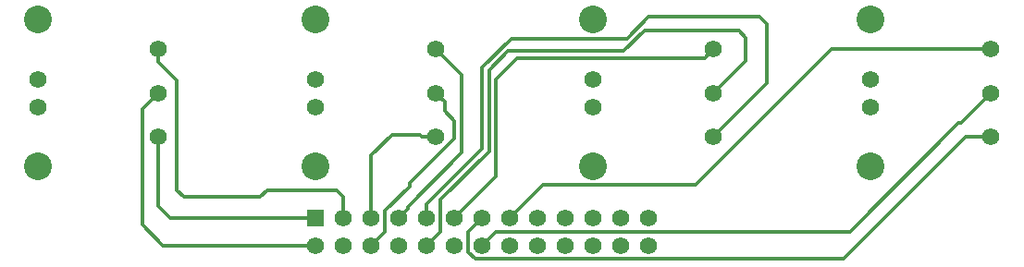
<source format=gbr>
G04 #@! TF.GenerationSoftware,KiCad,Pcbnew,(5.0.1)-3*
G04 #@! TF.CreationDate,2018-11-05T22:32:35-08:00*
G04 #@! TF.ProjectId,500-1136,3530302D313133362E6B696361645F70,rev?*
G04 #@! TF.SameCoordinates,Original*
G04 #@! TF.FileFunction,Copper,L1,Top,Signal*
G04 #@! TF.FilePolarity,Positive*
%FSLAX46Y46*%
G04 Gerber Fmt 4.6, Leading zero omitted, Abs format (unit mm)*
G04 Created by KiCad (PCBNEW (5.0.1)-3) date 11/5/2018 10:32:35 PM*
%MOMM*%
%LPD*%
G01*
G04 APERTURE LIST*
G04 #@! TA.AperFunction,ComponentPad*
%ADD10R,1.574800X1.574800*%
G04 #@! TD*
G04 #@! TA.AperFunction,ComponentPad*
%ADD11C,1.574800*%
G04 #@! TD*
G04 #@! TA.AperFunction,ComponentPad*
%ADD12C,2.540000*%
G04 #@! TD*
G04 #@! TA.AperFunction,Conductor*
%ADD13C,0.304800*%
G04 #@! TD*
G04 APERTURE END LIST*
D10*
G04 #@! TO.P,P1,1*
G04 #@! TO.N,Net-(P1-Pad1)*
X152400000Y-139065000D03*
D11*
G04 #@! TO.P,P1,2*
G04 #@! TO.N,Net-(P1-Pad2)*
X152400000Y-141605000D03*
G04 #@! TO.P,P1,3*
G04 #@! TO.N,Net-(P1-Pad3)*
X154940000Y-139065000D03*
G04 #@! TO.P,P1,4*
G04 #@! TO.N,N/C*
X154940000Y-141605000D03*
G04 #@! TO.P,P1,5*
G04 #@! TO.N,Net-(P1-Pad5)*
X157480000Y-139065000D03*
G04 #@! TO.P,P1,6*
G04 #@! TO.N,Net-(P1-Pad6)*
X157480000Y-141605000D03*
G04 #@! TO.P,P1,7*
G04 #@! TO.N,Net-(P1-Pad7)*
X160020000Y-139065000D03*
G04 #@! TO.P,P1,8*
G04 #@! TO.N,N/C*
X160020000Y-141605000D03*
G04 #@! TO.P,P1,9*
G04 #@! TO.N,Net-(P1-Pad9)*
X162560000Y-139065000D03*
G04 #@! TO.P,P1,10*
G04 #@! TO.N,Net-(P1-Pad10)*
X162560000Y-141605000D03*
G04 #@! TO.P,P1,11*
G04 #@! TO.N,Net-(P1-Pad11)*
X165100000Y-139065000D03*
G04 #@! TO.P,P1,12*
G04 #@! TO.N,N/C*
X165100000Y-141605000D03*
G04 #@! TO.P,P1,13*
G04 #@! TO.N,Net-(P1-Pad13)*
X167640000Y-139065000D03*
G04 #@! TO.P,P1,14*
G04 #@! TO.N,Net-(P1-Pad14)*
X167640000Y-141605000D03*
G04 #@! TO.P,P1,15*
G04 #@! TO.N,Net-(P1-Pad15)*
X170180000Y-139065000D03*
G04 #@! TO.P,P1,16*
G04 #@! TO.N,N/C*
X170180000Y-141605000D03*
G04 #@! TO.P,P1,17*
G04 #@! TO.N,Net-(P1-Pad17)*
X172720000Y-139065000D03*
G04 #@! TO.P,P1,18*
G04 #@! TO.N,Net-(P1-Pad18)*
X172720000Y-141605000D03*
G04 #@! TO.P,P1,19*
G04 #@! TO.N,Net-(P1-Pad19)*
X175260000Y-139065000D03*
G04 #@! TO.P,P1,20*
G04 #@! TO.N,Net-(P1-Pad20)*
X175260000Y-141605000D03*
G04 #@! TO.P,P1,21*
G04 #@! TO.N,Net-(P1-Pad21)*
X177800000Y-139065000D03*
G04 #@! TO.P,P1,22*
G04 #@! TO.N,Net-(P1-Pad22)*
X177800000Y-141605000D03*
G04 #@! TO.P,P1,23*
G04 #@! TO.N,Net-(P1-Pad23)*
X180340000Y-139065000D03*
G04 #@! TO.P,P1,24*
G04 #@! TO.N,Net-(P1-Pad24)*
X180340000Y-141605000D03*
G04 #@! TO.P,P1,25*
G04 #@! TO.N,N/C*
X182880000Y-139065000D03*
G04 #@! TO.P,P1,26*
X182880000Y-141605000D03*
G04 #@! TD*
D12*
G04 #@! TO.P,R1,*
G04 #@! TO.N,*
X127000000Y-134335000D03*
X127000000Y-120935000D03*
D11*
G04 #@! TO.P,R1,4*
G04 #@! TO.N,Net-(P1-Pad18)*
X127000000Y-128905000D03*
G04 #@! TO.P,R1,5*
G04 #@! TO.N,Net-(P1-Pad17)*
X127000000Y-126365000D03*
G04 #@! TO.P,R1,2*
G04 #@! TO.N,Net-(P1-Pad2)*
X138000000Y-127635000D03*
G04 #@! TO.P,R1,3*
G04 #@! TO.N,Net-(P1-Pad3)*
X138000000Y-123635000D03*
G04 #@! TO.P,R1,1*
G04 #@! TO.N,Net-(P1-Pad1)*
X138000000Y-131635000D03*
G04 #@! TD*
G04 #@! TO.P,R2,1*
G04 #@! TO.N,Net-(P1-Pad5)*
X163400000Y-131635000D03*
G04 #@! TO.P,R2,3*
G04 #@! TO.N,Net-(P1-Pad7)*
X163400000Y-123635000D03*
G04 #@! TO.P,R2,2*
G04 #@! TO.N,Net-(P1-Pad6)*
X163400000Y-127635000D03*
G04 #@! TO.P,R2,5*
G04 #@! TO.N,Net-(P1-Pad19)*
X152400000Y-126365000D03*
G04 #@! TO.P,R2,4*
G04 #@! TO.N,Net-(P1-Pad20)*
X152400000Y-128905000D03*
D12*
G04 #@! TO.P,R2,*
G04 #@! TO.N,*
X152400000Y-120935000D03*
X152400000Y-134335000D03*
G04 #@! TD*
G04 #@! TO.P,R3,*
G04 #@! TO.N,*
X177800000Y-134335000D03*
X177800000Y-120935000D03*
D11*
G04 #@! TO.P,R3,4*
G04 #@! TO.N,Net-(P1-Pad22)*
X177800000Y-128905000D03*
G04 #@! TO.P,R3,5*
G04 #@! TO.N,Net-(P1-Pad21)*
X177800000Y-126365000D03*
G04 #@! TO.P,R3,2*
G04 #@! TO.N,Net-(P1-Pad10)*
X188800000Y-127635000D03*
G04 #@! TO.P,R3,3*
G04 #@! TO.N,Net-(P1-Pad11)*
X188800000Y-123635000D03*
G04 #@! TO.P,R3,1*
G04 #@! TO.N,Net-(P1-Pad9)*
X188800000Y-131635000D03*
G04 #@! TD*
G04 #@! TO.P,R4,1*
G04 #@! TO.N,Net-(P1-Pad13)*
X214200000Y-131635000D03*
G04 #@! TO.P,R4,3*
G04 #@! TO.N,Net-(P1-Pad15)*
X214200000Y-123635000D03*
G04 #@! TO.P,R4,2*
G04 #@! TO.N,Net-(P1-Pad14)*
X214200000Y-127635000D03*
G04 #@! TO.P,R4,5*
G04 #@! TO.N,Net-(P1-Pad23)*
X203200000Y-126365000D03*
G04 #@! TO.P,R4,4*
G04 #@! TO.N,Net-(P1-Pad24)*
X203200000Y-128905000D03*
D12*
G04 #@! TO.P,R4,*
G04 #@! TO.N,*
X203200000Y-120935000D03*
X203200000Y-134335000D03*
G04 #@! TD*
D13*
G04 #@! TO.N,Net-(P1-Pad1)*
X152400000Y-139065000D02*
X139065000Y-139065000D01*
X138000000Y-138000000D02*
X138000000Y-131635000D01*
X139065000Y-139065000D02*
X138000000Y-138000000D01*
G04 #@! TO.N,Net-(P1-Pad2)*
X152400000Y-141605000D02*
X138430000Y-141605000D01*
X138430000Y-141605000D02*
X136525000Y-139700000D01*
X136525000Y-129110000D02*
X138000000Y-127635000D01*
X136525000Y-139700000D02*
X136525000Y-129110000D01*
G04 #@! TO.N,Net-(P1-Pad3)*
X154940000Y-137160000D02*
X154940000Y-139065000D01*
X154305000Y-136525000D02*
X154940000Y-137160000D01*
X138000000Y-123635000D02*
X138000000Y-124748551D01*
X138000000Y-124748551D02*
X139700000Y-126448551D01*
X139700000Y-126448551D02*
X139700000Y-136525000D01*
X139700000Y-136525000D02*
X140335000Y-137160000D01*
X147955000Y-136525000D02*
X154305000Y-136525000D01*
X140335000Y-137160000D02*
X147320000Y-137160000D01*
X147320000Y-137160000D02*
X147955000Y-136525000D01*
G04 #@! TO.N,Net-(P1-Pad5)*
X157480000Y-139065000D02*
X157480000Y-133350000D01*
X157480000Y-133350000D02*
X159385000Y-131445000D01*
X159385000Y-131445000D02*
X161925000Y-131445000D01*
X162115000Y-131635000D02*
X163400000Y-131635000D01*
X161925000Y-131445000D02*
X162115000Y-131635000D01*
G04 #@! TO.N,Net-(P1-Pad6)*
X164187399Y-128422399D02*
X164187399Y-129262399D01*
X163400000Y-127635000D02*
X164187399Y-128422399D01*
X164187399Y-129262399D02*
X165100000Y-130175000D01*
X165100000Y-131777010D02*
X160987010Y-135890000D01*
X165100000Y-130175000D02*
X165100000Y-131777010D01*
X160987010Y-135890000D02*
X160987010Y-136192990D01*
X160987010Y-136192990D02*
X158750000Y-138430000D01*
X158750000Y-140335000D02*
X157480000Y-141605000D01*
X158750000Y-138430000D02*
X158750000Y-140335000D01*
G04 #@! TO.N,Net-(P1-Pad7)*
X163400000Y-123635000D02*
X165760390Y-125995390D01*
X160807399Y-138050481D02*
X160807399Y-138277601D01*
X165760390Y-125995390D02*
X165760390Y-133097490D01*
X160807399Y-138277601D02*
X160020000Y-139065000D01*
X165760390Y-133097490D02*
X160807399Y-138050481D01*
G04 #@! TO.N,Net-(P1-Pad9)*
X162560000Y-137795000D02*
X162560000Y-139065000D01*
X167640000Y-132715000D02*
X162560000Y-137795000D01*
X167640000Y-125309402D02*
X167640000Y-132715000D01*
X170287201Y-122662201D02*
X167640000Y-125309402D01*
X193675000Y-126760000D02*
X193675000Y-121285000D01*
X193675000Y-121285000D02*
X193040000Y-120650000D01*
X188800000Y-131635000D02*
X193675000Y-126760000D01*
X193040000Y-120650000D02*
X182880000Y-120650000D01*
X182880000Y-120650000D02*
X180867799Y-122662201D01*
X180867799Y-122662201D02*
X170287201Y-122662201D01*
G04 #@! TO.N,Net-(P1-Pad10)*
X188800000Y-127635000D02*
X191770000Y-124665000D01*
X180592509Y-123799611D02*
X170011911Y-123799611D01*
X170011911Y-123799611D02*
X168249610Y-125561912D01*
X163804601Y-137412519D02*
X163804601Y-140360399D01*
X163347399Y-140817601D02*
X162560000Y-141605000D01*
X163804601Y-140360399D02*
X163347399Y-140817601D01*
X191135000Y-121920000D02*
X182472120Y-121920000D01*
X168249610Y-125561912D02*
X168249610Y-132967510D01*
X182472120Y-121920000D02*
X180592509Y-123799611D01*
X191770000Y-122555000D02*
X191135000Y-121920000D01*
X191770000Y-124665000D02*
X191770000Y-122555000D01*
X168249610Y-132967510D02*
X163804601Y-137412519D01*
G04 #@! TO.N,Net-(P1-Pad11)*
X188800000Y-123635000D02*
X188012601Y-124422399D01*
X170852601Y-124422399D02*
X168910000Y-126365000D01*
X188012601Y-124422399D02*
X170852601Y-124422399D01*
X165887399Y-138277601D02*
X165100000Y-139065000D01*
X168910000Y-135255000D02*
X165887399Y-138277601D01*
X168910000Y-126365000D02*
X168910000Y-135255000D01*
G04 #@! TO.N,Net-(P1-Pad13)*
X214200000Y-131635000D02*
X211900000Y-131635000D01*
X200685399Y-142849601D02*
X166979601Y-142849601D01*
X211900000Y-131635000D02*
X200685399Y-142849601D01*
X166979601Y-142849601D02*
X166370000Y-142240000D01*
X166370000Y-140335000D02*
X167640000Y-139065000D01*
X166370000Y-142240000D02*
X166370000Y-140335000D01*
G04 #@! TO.N,Net-(P1-Pad14)*
X214200000Y-127635000D02*
X211455000Y-130380000D01*
X211455000Y-130380000D02*
X211250000Y-130380000D01*
X211250000Y-130380000D02*
X201295000Y-140335000D01*
X168910000Y-140335000D02*
X167640000Y-141605000D01*
X201295000Y-140335000D02*
X168910000Y-140335000D01*
G04 #@! TO.N,Net-(P1-Pad15)*
X214200000Y-123635000D02*
X199580000Y-123635000D01*
X199580000Y-123635000D02*
X187152799Y-136062201D01*
X187152799Y-136062201D02*
X173182799Y-136062201D01*
X170967399Y-138277601D02*
X170180000Y-139065000D01*
X173182799Y-136062201D02*
X170967399Y-138277601D01*
G04 #@! TD*
M02*

</source>
